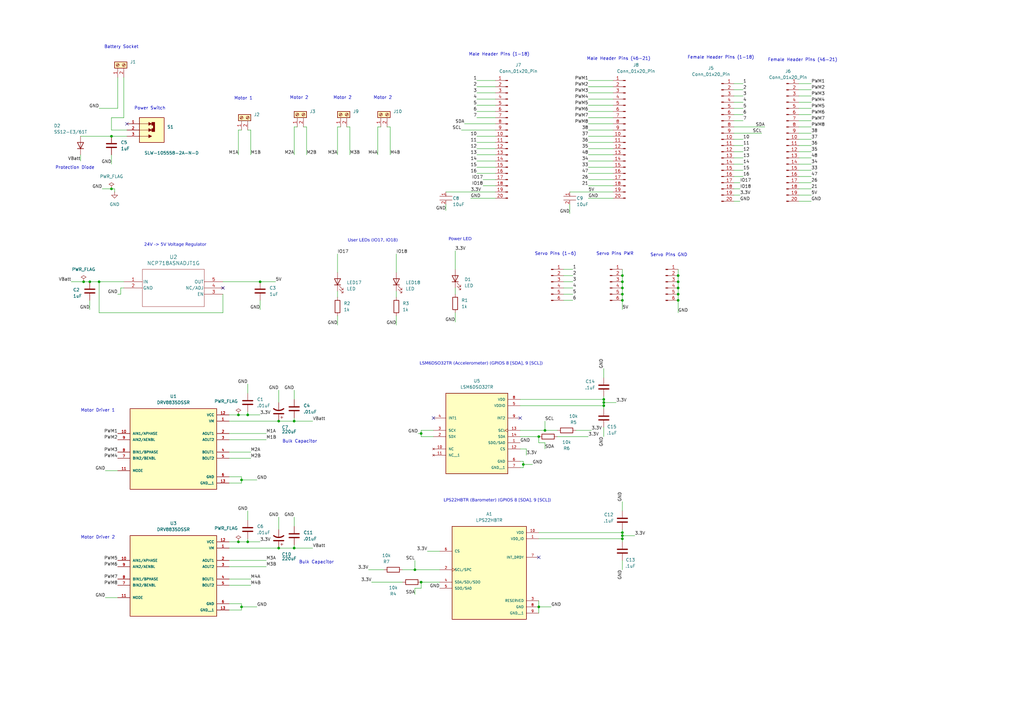
<source format=kicad_sch>
(kicad_sch (version 20250114) (generator "eeschema") (generator_version "9.0")
  (paper "A3")
  (lib_symbols
    (symbol "2025-08-21_15-27-18:NCP718ASNADJT1G" (pin_names (offset 0.254))
      (property "Reference" "U" (at 20.32 10.16 0))
      (property "Value" "NCP718ASNADJT1G" (at 20.32 7.62 0))
      (symbol "NCP718ASNADJT1G_0_1"
        (pin unspecified line (at 0 0 0) (length 7.62) (name "IN") (number "1"))
        (pin power_out line (at 0 -2.54 0) (length 7.62) (name "GND") (number "2"))
        (pin output line (at 40.64 0 180) (length 7.62) (name "OUT") (number "5"))
        (pin no_connect line (at 40.64 -2.54 180) (length 7.62) (name "NC/ADJ") (number "4"))
        (pin unspecified line (at 40.64 -5.08 180) (length 7.62) (name "EN") (number "3"))
      )
    )
    (symbol "Connector:Conn_01x06_Pin" (pin_names (offset 1.016) (hide yes))
      (property "Reference" "J" (at 0 7.62 0))
      (property "Value" "Conn_01x06_Pin" (at 0 -10.16 0))
      (symbol "Conn_01x06_Pin_1_1"
        (pin passive line (at 5.08 5.08 180) (length 3.81) (name "Pin_1") (number "1"))
        (pin passive line (at 5.08 2.54 180) (length 3.81) (name "Pin_2") (number "2"))
        (pin passive line (at 5.08 0 180) (length 3.81) (name "Pin_3") (number "3"))
        (pin passive line (at 5.08 -2.54 180) (length 3.81) (name "Pin_4") (number "4"))
        (pin passive line (at 5.08 -5.08 180) (length 3.81) (name "Pin_5") (number "5"))
        (pin passive line (at 5.08 -7.62 180) (length 3.81) (name "Pin_6") (number "6"))
      )
    )
    (symbol "Connector:Conn_01x20_Pin" (pin_names (offset 1.016) (hide yes))
      (property "Reference" "J" (at 0 25.4 0))
      (property "Value" "Conn_01x20_Pin" (at 0 -27.94 0))
      (symbol "Conn_01x20_Pin_1_1"
        (pin passive line (at 5.08 22.86 180) (length 3.81) (name "Pin_1") (number "1"))
        (pin passive line (at 5.08 20.32 180) (length 3.81) (name "Pin_2") (number "2"))
        (pin passive line (at 5.08 17.78 180) (length 3.81) (name "Pin_3") (number "3"))
        (pin passive line (at 5.08 15.24 180) (length 3.81) (name "Pin_4") (number "4"))
        (pin passive line (at 5.08 12.7 180) (length 3.81) (name "Pin_5") (number "5"))
        (pin passive line (at 5.08 10.16 180) (length 3.81) (name "Pin_6") (number "6"))
        (pin passive line (at 5.08 7.62 180) (length 3.81) (name "Pin_7") (number "7"))
        (pin passive line (at 5.08 5.08 180) (length 3.81) (name "Pin_8") (number "8"))
        (pin passive line (at 5.08 2.54 180) (length 3.81) (name "Pin_9") (number "9"))
        (pin passive line (at 5.08 0 180) (length 3.81) (name "Pin_10") (number "10"))
        (pin passive line (at 5.08 -2.54 180) (length 3.81) (name "Pin_11") (number "11"))
        (pin passive line (at 5.08 -5.08 180) (length 3.81) (name "Pin_12") (number "12"))
        (pin passive line (at 5.08 -7.62 180) (length 3.81) (name "Pin_13") (number "13"))
        (pin passive line (at 5.08 -10.16 180) (length 3.81) (name "Pin_14") (number "14"))
        (pin passive line (at 5.08 -12.7 180) (length 3.81) (name "Pin_15") (number "15"))
        (pin passive line (at 5.08 -15.24 180) (length 3.81) (name "Pin_16") (number "16"))
        (pin passive line (at 5.08 -17.78 180) (length 3.81) (name "Pin_17") (number "17"))
        (pin passive line (at 5.08 -20.32 180) (length 3.81) (name "Pin_18") (number "18"))
        (pin passive line (at 5.08 -22.86 180) (length 3.81) (name "Pin_19") (number "19"))
        (pin passive line (at 5.08 -25.4 180) (length 3.81) (name "Pin_20") (number "20"))
      )
    )
    (symbol "Connector:Screw_Terminal_01x02" (pin_names (offset 1.016) (hide yes))
      (property "Reference" "J" (at 0 2.54 0))
      (property "Value" "Screw_Terminal_01x02" (at 0 -5.08 0))
      (symbol "Screw_Terminal_01x02_1_1"
        (pin passive line (at -5.08 0 0) (length 3.81) (name "Pin_1") (number "1"))
        (pin passive line (at -5.08 -2.54 0) (length 3.81) (name "Pin_2") (number "2"))
      )
    )
    (symbol "DRV8835DSSR:DRV8835DSSR" (pin_names (offset 1.016))
      (property "Reference" "U" (at -17.78 15.748 0))
      (property "Value" "DRV8835DSSR" (at -17.78 -20.32 0))
      (symbol "DRV8835DSSR_0_0"
        (pin input line (at -22.86 5.08 0) (length 5.08) (name "AIN1/APHASE") (number "10"))
        (pin input line (at -22.86 2.54 0) (length 5.08) (name "AIN2/AENBL") (number "9"))
        (pin input line (at -22.86 -2.54 0) (length 5.08) (name "BIN1/BPHASE") (number "8"))
        (pin input line (at -22.86 -5.08 0) (length 5.08) (name "BIN2/BENBL") (number "7"))
        (pin input line (at -22.86 -10.16 0) (length 5.08) (name "MODE") (number "11"))
        (pin power_in line (at 22.86 12.7 180) (length 5.08) (name "VCC") (number "12"))
        (pin power_in line (at 22.86 10.16 180) (length 5.08) (name "VM") (number "1"))
        (pin output line (at 22.86 5.08 180) (length 5.08) (name "AOUT1") (number "2"))
        (pin output line (at 22.86 2.54 180) (length 5.08) (name "AOUT2") (number "3"))
        (pin output line (at 22.86 -2.54 180) (length 5.08) (name "BOUT1") (number "4"))
        (pin output line (at 22.86 -5.08 180) (length 5.08) (name "BOUT2") (number "5"))
        (pin power_in line (at 22.86 -12.7 180) (length 5.08) (name "GND") (number "6"))
        (pin power_in line (at 22.86 -15.24 180) (length 5.08) (name "GND__1") (number "13"))
      )
    )
    (symbol "Device:C" (pin_numbers (hide yes)) (pin_names (offset 0.254))
      (property "Reference" "C" (at 0.635 2.54 0))
      (property "Value" "C" (at 0.635 -2.54 0))
      (symbol "C_1_1"
        (pin passive line (at 0 3.81 270) (length 2.794) (name "~") (number "1"))
        (pin passive line (at 0 -3.81 90) (length 2.794) (name "~") (number "2"))
      )
    )
    (symbol "Device:C_Polarized_US" (pin_numbers (hide yes)) (pin_names (offset 0.254) (hide yes))
      (property "Reference" "C" (at 0.635 2.54 0))
      (property "Value" "C_Polarized_US" (at 0.635 -2.54 0))
      (symbol "C_Polarized_US_1_1"
        (pin passive line (at 0 3.81 270) (length 2.794) (name "~") (number "1"))
        (pin passive line (at 0 -3.81 90) (length 3.302) (name "~") (number "2"))
      )
    )
    (symbol "Device:LED" (pin_numbers (hide yes)) (pin_names (offset 1.016) (hide yes))
      (property "Reference" "D" (at 0 2.54 0))
      (property "Value" "LED" (at 0 -2.54 0))
      (symbol "LED_1_1"
        (pin passive line (at -3.81 0 0) (length 2.54) (name "K") (number "1"))
        (pin passive line (at 3.81 0 180) (length 2.54) (name "A") (number "2"))
      )
    )
    (symbol "Device:R" (pin_numbers (hide yes)) (pin_names (offset 0))
      (property "Reference" "R" (at 2.032 0 90))
      (property "Value" "R" (at 0 0 90))
      (symbol "R_1_1"
        (pin passive line (at 0 3.81 270) (length 1.27) (name "~") (number "1"))
        (pin passive line (at 0 -3.81 90) (length 1.27) (name "~") (number "2"))
      )
    )
    (symbol "Diode:1N4148WT" (pin_numbers (hide yes)) (pin_names (hide yes))
      (property "Reference" "D" (at 0 2.54 0))
      (property "Value" "1N4148WT" (at 0 -2.54 0))
      (symbol "1N4148WT_1_1"
        (pin passive line (at -3.81 0 0) (length 2.54) (name "K") (number "1"))
        (pin passive line (at 3.81 0 180) (length 2.54) (name "A") (number "2"))
      )
    )
    (symbol "LPS22HBTR:LPS22HBTR" (pin_names (offset 1.016))
      (property "Reference" "A" (at -15.24 20.32 0))
      (property "Value" "LPS22HBTR" (at -15.24 -22.86 0))
      (symbol "LPS22HBTR_0_0"
        (pin input line (at -20.32 7.62 0) (length 5.08) (name "CS") (number "6"))
        (pin input clock (at -20.32 0 0) (length 5.08) (name "SCL/SPC") (number "2"))
        (pin bidirectional line (at -20.32 -5.08 0) (length 5.08) (name "SDA/SDI/SDO") (number "4"))
        (pin bidirectional line (at -20.32 -7.62 0) (length 5.08) (name "SDO/SA0") (number "5"))
        (pin power_in line (at 20.32 15.24 180) (length 5.08) (name "VDD") (number "10"))
        (pin power_in line (at 20.32 12.7 180) (length 5.08) (name "VDD_IO") (number "1"))
        (pin output line (at 20.32 5.08 180) (length 5.08) (name "INT_DRDY") (number "7"))
        (pin passive line (at 20.32 -12.7 180) (length 5.08) (name "RESERVED") (number "3"))
        (pin power_in line (at 20.32 -15.24 180) (length 5.08) (name "GND") (number "8"))
        (pin power_in line (at 20.32 -17.78 180) (length 5.08) (name "GND__1") (number "9"))
      )
    )
    (symbol "LSM6DSO32TR:LSM6DSO32TR" (pin_names (offset 1.016))
      (property "Reference" "U" (at -12.7 16.002 0))
      (property "Value" "LSM6DSO32TR" (at -12.7 -20.32 0))
      (symbol "LSM6DSO32TR_0_0"
        (pin input line (at -17.78 5.08 0) (length 5.08) (name "INT1") (number "4"))
        (pin passive line (at -17.78 0 0) (length 5.08) (name "SCX") (number "3"))
        (pin passive line (at -17.78 -2.54 0) (length 5.08) (name "SDX") (number "2"))
        (pin no_connect line (at -17.78 -7.62 0) (length 5.08) (name "NC") (number "10"))
        (pin no_connect line (at -17.78 -10.16 0) (length 5.08) (name "NC__1") (number "11"))
        (pin power_in line (at 17.78 12.7 180) (length 5.08) (name "VDD") (number "8"))
        (pin power_in line (at 17.78 10.16 180) (length 5.08) (name "VDDIO") (number "5"))
        (pin output line (at 17.78 5.08 180) (length 5.08) (name "INT2") (number "9"))
        (pin input clock (at 17.78 0 180) (length 5.08) (name "SCL") (number "13"))
        (pin bidirectional line (at 17.78 -2.54 180) (length 5.08) (name "SDA") (number "14"))
        (pin bidirectional line (at 17.78 -5.08 180) (length 5.08) (name "SDO/SA0") (number "1"))
        (pin input line (at 17.78 -7.62 180) (length 5.08) (name "CS") (number "12"))
        (pin power_in line (at 17.78 -12.7 180) (length 5.08) (name "GND") (number "6"))
        (pin power_in line (at 17.78 -15.24 180) (length 5.08) (name "GND__1") (number "7"))
      )
    )
    (symbol "Motion_Shield-altium-import:root_0_b4654b650e69147ec39a6b967a45e02_Altium Content Vault" (pin_names (hide yes))
      (symbol "root_0_b4654b650e69147ec39a6b967a45e02_Altium Content Vault_1_0"
        (pin passive line (at 0 0 270) (length 1.778) (name "1") (number "1"))
        (pin passive line (at 0 -5.08 90) (length 1.524) (name "2") (number "2"))
      )
    )
    (symbol "SLW-105558-2A-N-D:SLW-105558-2A-N-D" (pin_names (offset 1.016))
      (property "Reference" "S" (at -5.08 5.842 0))
      (property "Value" "SLW-105558-2A-N-D" (at -5.08 -7.62 0))
      (symbol "SLW-105558-2A-N-D_0_0"
        (pin passive line (at -10.16 2.54 0) (length 5.08) (name "~") (number "1"))
        (pin passive line (at -10.16 0 0) (length 5.08) (name "~") (number "2"))
        (pin passive line (at -10.16 -2.54 0) (length 5.08) (name "~") (number "3"))
      )
    )
    (symbol "power:GND" (power) (pin_numbers (hide yes)) (pin_names (offset 0) (hide yes))
      (property "Value" "GND" (at 0 -3.81 0))
      (symbol "GND_1_1"
        (pin power_in line (at 0 0 270) (length 0) (name "~") (number "1"))
      )
    )
    (symbol "power:PWR_FLAG" (power) (pin_numbers (hide yes)) (pin_names (offset 0) (hide yes))
      (property "Value" "PWR_FLAG" (at 0 3.81 0))
      (symbol "PWR_FLAG_0_0"
        (pin power_out line (at 0 0 90) (length 0) (name "~") (number "1"))
      )
    )
  )
  (text "Servo Pins GND" (at 274.32 104.648 0) (effects (font (size 1.27 1.27))))
  (text "Power LED" (at 188.722 98.552 0) (effects (font (size 1.27 1.27))))
  (text "Protection Diode" (at 30.734 68.834 0) (effects (font (size 1.27 1.27))))
  (text "Servo Pins PWR\n" (at 252.222 104.14 0) (effects (font (size 1.27 1.27))))
  (text "Motor 2" (at 122.682 40.132 0) (effects (font (size 1.27 1.27))))
  (text "User LEDs (IO17, IO18)" (at 152.908 99.06 0) (effects (font (size 1.27 1.27))))
  (text "Motor Driver 2" (at 40.132 220.472 0) (effects (font (size 1.27 1.27))))
  (text "Female Header Pins (1-18)" (at 295.656 23.622 0) (effects (font (size 1.27 1.27))))
  (text "Male Header Pins (46-21)" (at 253.746 24.13 0) (effects (font (size 1.27 1.27))))
  (text "Servo Pins (1-6)" (at 227.838 104.14 0) (effects (font (size 1.27 1.27))))
  (text "Bulk Capacitor" (at 122.936 181.102 0) (effects (font (size 1.27 1.27))))
  (text "LSM6DSO32TR (Accelerometer) (GPIOS 8 [SDA], 9 [SCL])\n\n" (at 197.358 150.622 0) (effects (font (size 1.27 1.27))))
  (text "Motor 2" (at 156.972 40.132 0) (effects (font (size 1.27 1.27))))
  (text "Battery Socket" (at 49.784 19.304 0) (effects (font (size 1.27 1.27))))
  (text "Male Header Pins (1-18)" (at 204.724 22.352 0) (effects (font (size 1.27 1.27))))
  (text "LPS22HBTR (Barometer) (GPIOS 8 [SDA], 9 [SCL])\n\n" (at 203.962 206.756 0) (effects (font (size 1.27 1.27))))
  (text "Power Switch" (at 61.468 44.45 0) (effects (font (size 1.27 1.27))))
  (text "Female Header Pins (46-21)" (at 329.184 24.638 0) (effects (font (size 1.27 1.27))))
  (text "Motor Driver 1" (at 40.132 168.402 0) (effects (font (size 1.27 1.27))))
  (text "24V -> 5V Voltage Regulator" (at 71.882 100.838 0) (effects (font (size 1.27 1.27))))
  (text "Motor 1" (at 99.822 40.386 0) (effects (font (size 1.27 1.27))))
  (text "Bulk Capacitor" (at 129.794 230.632 0) (effects (font (size 1.27 1.27))))
  (text "Motor 2" (at 140.462 40.132 0) (effects (font (size 1.27 1.27))))
  (junction (at 255.27 113.03))
  (junction (at 99.06 248.92))
  (junction (at 220.98 248.92))
  (junction (at 255.27 218.44))
  (junction (at 255.27 123.19))
  (junction (at 255.27 220.98))
  (junction (at 214.63 190.5))
  (junction (at 255.27 120.65))
  (junction (at 247.65 163.83))
  (junction (at 247.65 165.1))
  (junction (at 255.27 118.11))
  (junction (at 172.72 177.8))
  (junction (at 45.72 55.88))
  (junction (at 247.65 166.37))
  (junction (at 220.98 179.07))
  (junction (at 114.3 172.72))
  (junction (at 278.13 120.65))
  (junction (at 101.6 170.18))
  (junction (at 170.18 233.68))
  (junction (at 36.83 115.57))
  (junction (at 120.65 172.72))
  (junction (at 255.27 115.57))
  (junction (at 278.13 113.03))
  (junction (at 278.13 123.19))
  (junction (at 114.3 224.79))
  (junction (at 223.52 176.53))
  (junction (at 97.79 222.25))
  (junction (at 278.13 115.57))
  (junction (at 45.72 77.47))
  (junction (at 255.27 219.71))
  (junction (at 40.64 115.57))
  (junction (at 99.06 196.85))
  (junction (at 278.13 118.11))
  (junction (at 97.79 170.18))
  (junction (at 172.72 238.76))
  (junction (at 101.6 222.25))
  (junction (at 120.65 224.79))
  (junction (at 106.68 115.57))
  (junction (at 34.29 115.57))
  (no_connect (at 52.07 50.8))
  (no_connect (at 213.36 171.45))
  (no_connect (at 177.8 171.45))
  (no_connect (at 91.44 118.11))
  (no_connect (at 220.98 228.6))
  (wire (pts (xy 101.6 222.25) (xy 101.6 220.98)))
  (wire (pts (xy 332.74 64.77) (xy 327.66 64.77)))
  (wire (pts (xy 195.58 43.18) (xy 203.2 43.18)))
  (wire (pts (xy 97.79 53.34) (xy 97.79 63.5)))
  (wire (pts (xy 332.74 46.99) (xy 327.66 46.99)))
  (wire (pts (xy 223.52 176.53) (xy 228.6 176.53)))
  (wire (pts (xy 156.21 52.07) (xy 154.94 52.07)))
  (wire (pts (xy 300.99 80.01) (xy 303.53 80.01)))
  (wire (pts (xy 102.87 53.34) (xy 102.87 63.5)))
  (wire (pts (xy 241.3 60.96) (xy 251.46 60.96)))
  (wire (pts (xy 157.48 233.68) (xy 151.13 233.68)))
  (wire (pts (xy 255.27 115.57) (xy 255.27 118.11)))
  (wire (pts (xy 138.43 52.07) (xy 138.43 63.5)))
  (wire (pts (xy 186.69 102.87) (xy 186.69 110.49)))
  (wire (pts (xy 143.51 52.07) (xy 143.51 63.5)))
  (wire (pts (xy 175.26 226.06) (xy 180.34 226.06)))
  (wire (pts (xy 220.98 248.92) (xy 220.98 251.46)))
  (wire (pts (xy 33.02 63.5) (xy 33.02 66.04)))
  (wire (pts (xy 220.98 246.38) (xy 220.98 248.92)))
  (wire (pts (xy 300.99 54.61) (xy 312.42 54.61)))
  (wire (pts (xy 93.98 187.96) (xy 102.87 187.96)))
  (wire (pts (xy 189.23 53.34) (xy 203.2 53.34)))
  (wire (pts (xy 255.27 118.11) (xy 255.27 120.65)))
  (wire (pts (xy 195.58 71.12) (xy 203.2 71.12)))
  (wire (pts (xy 255.27 123.19) (xy 255.27 127)))
  (wire (pts (xy 46.99 77.47) (xy 46.99 78.74)))
  (wire (pts (xy 162.56 119.38) (xy 162.56 121.92)))
  (wire (pts (xy 40.64 128.27) (xy 40.64 115.57)))
  (wire (pts (xy 170.18 241.3) (xy 172.72 241.3)))
  (wire (pts (xy 195.58 40.64) (xy 203.2 40.64)))
  (wire (pts (xy 91.44 120.65) (xy 91.44 128.27)))
  (wire (pts (xy 327.66 34.29) (xy 332.74 34.29)))
  (wire (pts (xy 213.36 189.23) (xy 214.63 189.23)))
  (wire (pts (xy 241.3 76.2) (xy 251.46 76.2)))
  (wire (pts (xy 332.74 44.45) (xy 327.66 44.45)))
  (wire (pts (xy 260.35 219.71) (xy 255.27 219.71)))
  (wire (pts (xy 304.8 69.85) (xy 300.99 69.85)))
  (wire (pts (xy 190.5 50.8) (xy 203.2 50.8)))
  (wire (pts (xy 247.65 163.83) (xy 247.65 162.56)))
  (wire (pts (xy 300.99 52.07) (xy 313.69 52.07)))
  (wire (pts (xy 158.75 52.07) (xy 160.02 52.07)))
  (wire (pts (xy 255.27 110.49) (xy 255.27 113.03)))
  (wire (pts (xy 255.27 120.65) (xy 255.27 123.19)))
  (wire (pts (xy 223.52 176.53) (xy 223.52 172.72)))
  (wire (pts (xy 43.18 193.04) (xy 48.26 193.04)))
  (wire (pts (xy 162.56 104.14) (xy 162.56 111.76)))
  (wire (pts (xy 213.36 166.37) (xy 247.65 166.37)))
  (wire (pts (xy 49.53 120.65) (xy 49.53 118.11)))
  (wire (pts (xy 93.98 185.42) (xy 102.87 185.42)))
  (wire (pts (xy 170.18 233.68) (xy 170.18 229.87)))
  (wire (pts (xy 195.58 38.1) (xy 203.2 38.1)))
  (wire (pts (xy 203.2 78.74) (xy 182.88 78.74)))
  (wire (pts (xy 255.27 209.55) (xy 255.27 205.74)))
  (wire (pts (xy 251.46 81.28) (xy 241.3 81.28)))
  (wire (pts (xy 220.98 181.61) (xy 220.98 179.07)))
  (wire (pts (xy 220.98 248.92) (xy 226.06 248.92)))
  (wire (pts (xy 48.26 120.65) (xy 49.53 120.65)))
  (wire (pts (xy 241.3 38.1) (xy 251.46 38.1)))
  (wire (pts (xy 327.66 80.01) (xy 332.74 80.01)))
  (wire (pts (xy 304.8 62.23) (xy 300.99 62.23)))
  (wire (pts (xy 304.8 46.99) (xy 300.99 46.99)))
  (wire (pts (xy 91.44 115.57) (xy 106.68 115.57)))
  (wire (pts (xy 93.98 195.58) (xy 99.06 195.58)))
  (wire (pts (xy 247.65 165.1) (xy 247.65 163.83)))
  (wire (pts (xy 195.58 35.56) (xy 203.2 35.56)))
  (wire (pts (xy 241.3 55.88) (xy 251.46 55.88)))
  (wire (pts (xy 247.65 179.07) (xy 247.65 175.26)))
  (wire (pts (xy 138.43 104.14) (xy 138.43 111.76)))
  (wire (pts (xy 138.43 119.38) (xy 138.43 121.92)))
  (wire (pts (xy 160.02 52.07) (xy 160.02 63.5)))
  (wire (pts (xy 247.65 166.37) (xy 247.65 165.1)))
  (wire (pts (xy 241.3 53.34) (xy 251.46 53.34)))
  (wire (pts (xy 304.8 34.29) (xy 300.99 34.29)))
  (wire (pts (xy 332.74 77.47) (xy 327.66 77.47)))
  (wire (pts (xy 255.27 220.98) (xy 255.27 219.71)))
  (wire (pts (xy 234.95 120.65) (xy 231.14 120.65)))
  (wire (pts (xy 195.58 55.88) (xy 203.2 55.88)))
  (wire (pts (xy 41.91 77.47) (xy 45.72 77.47)))
  (wire (pts (xy 332.74 72.39) (xy 327.66 72.39)))
  (wire (pts (xy 106.68 123.19) (xy 106.68 127)))
  (wire (pts (xy 241.3 73.66) (xy 251.46 73.66)))
  (wire (pts (xy 93.98 222.25) (xy 97.79 222.25)))
  (wire (pts (xy 36.83 123.19) (xy 36.83 127)))
  (wire (pts (xy 180.34 238.76) (xy 172.72 238.76)))
  (wire (pts (xy 241.3 40.64) (xy 251.46 40.64)))
  (wire (pts (xy 241.3 63.5) (xy 251.46 63.5)))
  (wire (pts (xy 120.65 172.72) (xy 120.65 171.45)))
  (wire (pts (xy 50.8 48.26) (xy 45.72 48.26)))
  (wire (pts (xy 255.27 113.03) (xy 255.27 115.57)))
  (wire (pts (xy 241.3 71.12) (xy 251.46 71.12)))
  (wire (pts (xy 304.8 72.39) (xy 300.99 72.39)))
  (wire (pts (xy 36.83 115.57) (xy 40.64 115.57)))
  (wire (pts (xy 45.72 55.88) (xy 52.07 55.88)))
  (wire (pts (xy 304.8 41.91) (xy 300.99 41.91)))
  (wire (pts (xy 241.3 68.58) (xy 251.46 68.58)))
  (wire (pts (xy 304.8 59.69) (xy 300.99 59.69)))
  (wire (pts (xy 304.8 67.31) (xy 300.99 67.31)))
  (wire (pts (xy 234.95 118.11) (xy 231.14 118.11)))
  (wire (pts (xy 99.06 250.19) (xy 93.98 250.19)))
  (wire (pts (xy 45.72 77.47) (xy 46.99 77.47)))
  (wire (pts (xy 332.74 59.69) (xy 327.66 59.69)))
  (wire (pts (xy 165.1 238.76) (xy 152.4 238.76)))
  (wire (pts (xy 327.66 41.91) (xy 332.74 41.91)))
  (wire (pts (xy 332.74 49.53) (xy 327.66 49.53)))
  (wire (pts (xy 114.3 224.79) (xy 120.65 224.79)))
  (wire (pts (xy 120.65 224.79) (xy 128.27 224.79)))
  (wire (pts (xy 278.13 123.19) (xy 278.13 128.27)))
  (wire (pts (xy 101.6 209.55) (xy 101.6 213.36)))
  (wire (pts (xy 29.21 115.57) (xy 34.29 115.57)))
  (wire (pts (xy 43.18 245.11) (xy 48.26 245.11)))
  (wire (pts (xy 203.2 81.28) (xy 193.04 81.28)))
  (wire (pts (xy 195.58 60.96) (xy 203.2 60.96)))
  (wire (pts (xy 93.98 172.72) (xy 114.3 172.72)))
  (wire (pts (xy 114.3 212.09) (xy 114.3 217.17)))
  (wire (pts (xy 252.73 165.1) (xy 247.65 165.1)))
  (wire (pts (xy 304.8 49.53) (xy 300.99 49.53)))
  (wire (pts (xy 255.27 219.71) (xy 255.27 218.44)))
  (wire (pts (xy 214.63 189.23) (xy 214.63 190.5)))
  (wire (pts (xy 241.3 45.72) (xy 251.46 45.72)))
  (wire (pts (xy 170.18 233.68) (xy 165.1 233.68)))
  (wire (pts (xy 120.65 52.07) (xy 120.65 63.5)))
  (wire (pts (xy 93.98 247.65) (xy 99.06 247.65)))
  (wire (pts (xy 215.9 184.15) (xy 213.36 184.15)))
  (wire (pts (xy 234.95 115.57) (xy 231.14 115.57)))
  (wire (pts (xy 332.74 62.23) (xy 327.66 62.23)))
  (wire (pts (xy 101.6 222.25) (xy 106.68 222.25)))
  (wire (pts (xy 114.3 172.72) (xy 120.65 172.72)))
  (wire (pts (xy 99.06 248.92) (xy 105.41 248.92)))
  (wire (pts (xy 300.99 77.47) (xy 303.53 77.47)))
  (wire (pts (xy 40.64 115.57) (xy 50.8 115.57)))
  (wire (pts (xy 162.56 129.54) (xy 162.56 133.35)))
  (wire (pts (xy 120.65 224.79) (xy 120.65 223.52)))
  (wire (pts (xy 195.58 48.26) (xy 203.2 48.26)))
  (wire (pts (xy 45.72 63.5) (xy 45.72 67.31)))
  (wire (pts (xy 278.13 120.65) (xy 278.13 123.19)))
  (wire (pts (xy 213.36 179.07) (xy 220.98 179.07)))
  (wire (pts (xy 234.95 110.49) (xy 231.14 110.49)))
  (wire (pts (xy 213.36 163.83) (xy 247.65 163.83)))
  (wire (pts (xy 300.99 82.55) (xy 303.53 82.55)))
  (wire (pts (xy 278.13 115.57) (xy 278.13 118.11)))
  (wire (pts (xy 99.06 247.65) (xy 99.06 248.92)))
  (wire (pts (xy 139.7 52.07) (xy 138.43 52.07)))
  (wire (pts (xy 255.27 218.44) (xy 255.27 217.17)))
  (wire (pts (xy 125.73 52.07) (xy 125.73 63.5)))
  (wire (pts (xy 255.27 233.68) (xy 255.27 229.87)))
  (wire (pts (xy 234.95 113.03) (xy 231.14 113.03)))
  (wire (pts (xy 97.79 170.18) (xy 101.6 170.18)))
  (wire (pts (xy 93.98 224.79) (xy 114.3 224.79)))
  (wire (pts (xy 101.6 157.48) (xy 101.6 161.29)))
  (wire (pts (xy 332.74 57.15) (xy 327.66 57.15)))
  (wire (pts (xy 177.8 176.53) (xy 172.72 176.53)))
  (wire (pts (xy 234.95 123.19) (xy 231.14 123.19)))
  (wire (pts (xy 247.65 154.94) (xy 247.65 151.13)))
  (wire (pts (xy 304.8 36.83) (xy 300.99 36.83)))
  (wire (pts (xy 99.06 248.92) (xy 99.06 250.19)))
  (wire (pts (xy 120.65 160.02) (xy 120.65 163.83)))
  (wire (pts (xy 172.72 177.8) (xy 172.72 179.07)))
  (wire (pts (xy 195.58 33.02) (xy 203.2 33.02)))
  (wire (pts (xy 120.65 172.72) (xy 128.27 172.72)))
  (wire (pts (xy 332.74 54.61) (xy 327.66 54.61)))
  (wire (pts (xy 251.46 35.56) (xy 241.3 35.56)))
  (wire (pts (xy 93.98 229.87) (xy 109.22 229.87)))
  (wire (pts (xy 172.72 176.53) (xy 172.72 177.8)))
  (wire (pts (xy 91.44 128.27) (xy 40.64 128.27)))
  (wire (pts (xy 106.68 115.57) (xy 113.03 115.57)))
  (wire (pts (xy 34.29 115.57) (xy 36.83 115.57)))
  (wire (pts (xy 304.8 64.77) (xy 300.99 64.77)))
  (wire (pts (xy 223.52 181.61) (xy 220.98 181.61)))
  (wire (pts (xy 142.24 52.07) (xy 143.51 52.07)))
  (wire (pts (xy 236.22 176.53) (xy 242.57 176.53)))
  (wire (pts (xy 255.27 222.25) (xy 255.27 220.98)))
  (wire (pts (xy 99.06 195.58) (xy 99.06 196.85)))
  (wire (pts (xy 332.74 69.85) (xy 327.66 69.85)))
  (wire (pts (xy 198.12 73.66) (xy 203.2 73.66)))
  (wire (pts (xy 45.72 53.34) (xy 45.72 48.26)))
  (wire (pts (xy 101.6 170.18) (xy 106.68 170.18)))
  (wire (pts (xy 93.98 170.18) (xy 97.79 170.18)))
  (wire (pts (xy 49.53 118.11) (xy 50.8 118.11)))
  (wire (pts (xy 93.98 232.41) (xy 109.22 232.41)))
  (wire (pts (xy 195.58 45.72) (xy 203.2 45.72)))
  (wire (pts (xy 247.65 167.64) (xy 247.65 166.37)))
  (wire (pts (xy 93.98 177.8) (xy 109.22 177.8)))
  (wire (pts (xy 93.98 240.03) (xy 102.87 240.03)))
  (wire (pts (xy 332.74 67.31) (xy 327.66 67.31)))
  (wire (pts (xy 241.3 48.26) (xy 251.46 48.26)))
  (wire (pts (xy 182.88 83.82) (xy 182.88 86.36)))
  (wire (pts (xy 180.34 233.68) (xy 170.18 233.68)))
  (wire (pts (xy 48.26 44.45) (xy 48.26 31.75)))
  (wire (pts (xy 327.66 36.83) (xy 332.74 36.83)))
  (wire (pts (xy 99.06 196.85) (xy 99.06 198.12)))
  (wire (pts (xy 101.6 170.18) (xy 101.6 168.91)))
  (wire (pts (xy 97.79 222.25) (xy 101.6 222.25)))
  (wire (pts (xy 99.06 198.12) (xy 93.98 198.12)))
  (wire (pts (xy 223.52 184.15) (xy 223.52 181.61)))
  (wire (pts (xy 195.58 58.42) (xy 203.2 58.42)))
  (wire (pts (xy 213.36 176.53) (xy 223.52 176.53)))
  (wire (pts (xy 215.9 186.69) (xy 215.9 184.15)))
  (wire (pts (xy 45.72 53.34) (xy 52.07 53.34)))
  (wire (pts (xy 172.72 241.3) (xy 172.72 238.76)))
  (wire (pts (xy 172.72 179.07) (xy 177.8 179.07)))
  (wire (pts (xy 93.98 237.49) (xy 102.87 237.49)))
  (wire (pts (xy 251.46 78.74) (xy 233.68 78.74)))
  (wire (pts (xy 114.3 160.02) (xy 114.3 165.1)))
  (wire (pts (xy 241.3 43.18) (xy 251.46 43.18)))
  (wire (pts (xy 214.63 190.5) (xy 214.63 191.77)))
  (wire (pts (xy 33.02 55.88) (xy 45.72 55.88)))
  (wire (pts (xy 332.74 74.93) (xy 327.66 74.93)))
  (wire (pts (xy 40.64 44.45) (xy 48.26 44.45)))
  (wire (pts (xy 195.58 66.04) (xy 203.2 66.04)))
  (wire (pts (xy 304.8 57.15) (xy 300.99 57.15)))
  (wire (pts (xy 101.6 53.34) (xy 102.87 53.34)))
  (wire (pts (xy 241.3 58.42) (xy 251.46 58.42)))
  (wire (pts (xy 278.13 113.03) (xy 278.13 115.57)))
  (wire (pts (xy 186.69 128.27) (xy 186.69 132.08)))
  (wire (pts (xy 304.8 39.37) (xy 300.99 39.37)))
  (wire (pts (xy 241.3 50.8) (xy 251.46 50.8)))
  (wire (pts (xy 120.65 212.09) (xy 120.65 215.9)))
  (wire (pts (xy 300.99 74.93) (xy 303.53 74.93)))
  (wire (pts (xy 304.8 44.45) (xy 300.99 44.45)))
  (wire (pts (xy 93.98 180.34) (xy 109.22 180.34)))
  (wire (pts (xy 278.13 118.11) (xy 278.13 120.65)))
  (wire (pts (xy 251.46 33.02) (xy 241.3 33.02)))
  (wire (pts (xy 50.8 31.75) (xy 50.8 48.26)))
  (wire (pts (xy 327.66 39.37) (xy 332.74 39.37)))
  (wire (pts (xy 121.92 52.07) (xy 120.65 52.07)))
  (wire (pts (xy 99.06 196.85) (xy 105.41 196.85)))
  (wire (pts (xy 97.79 53.34) (xy 99.06 53.34)))
  (wire (pts (xy 214.63 191.77) (xy 213.36 191.77)))
  (wire (pts (xy 332.74 52.07) (xy 327.66 52.07)))
  (wire (pts (xy 138.43 129.54) (xy 138.43 133.35)))
  (wire (pts (xy 195.58 68.58) (xy 203.2 68.58)))
  (wire (pts (xy 195.58 63.5) (xy 203.2 63.5)))
  (wire (pts (xy 171.45 177.8) (xy 172.72 177.8)))
  (wire (pts (xy 327.66 82.55) (xy 332.74 82.55)))
  (wire (pts (xy 278.13 110.49) (xy 278.13 113.03)))
  (wire (pts (xy 228.6 179.07) (xy 241.3 179.07)))
  (wire (pts (xy 198.12 76.2) (xy 203.2 76.2)))
  (wire (pts (xy 124.46 52.07) (xy 125.73 52.07)))
  (wire (pts (xy 186.69 118.11) (xy 186.69 120.65)))
  (wire (pts (xy 170.18 243.84) (xy 170.18 241.3)))
  (wire (pts (xy 214.63 190.5) (xy 218.44 190.5)))
  (wire (pts (xy 154.94 52.07) (xy 154.94 63.5)))
  (wire (pts (xy 233.68 83.82) (xy 233.68 87.63)))
  (wire (pts (xy 220.98 220.98) (xy 255.27 220.98)))
  (wire (pts (xy 241.3 66.04) (xy 251.46 66.04)))
  (wire (pts (xy 220.98 218.44) (xy 255.27 218.44)))
  (label "GND" (at 226.06 248.92 0))
  (label "10" (at 195.58 55.88 180))
  (label "PWM1" (at 332.74 34.29 0))
  (label "GND" (at 162.56 133.35 180))
  (label "12" (at 304.8 62.23 0))
  (label "GND" (at 332.74 82.55 0))
  (label "15" (at 195.58 68.58 180))
  (label "36" (at 332.74 59.69 0))
  (label "16" (at 304.8 72.39 0))
  (label "GND" (at 120.65 212.09 180))
  (label "3" (at 304.8 39.37 0))
  (label "21" (at 241.3 76.2 180))
  (label "GND" (at 105.41 248.92 0))
  (label "3.3V" (at 152.4 238.76 180))
  (label "3.3V" (at 303.53 80.01 0))
  (label "SCL" (at 170.18 229.87 180))
  (label "SDA" (at 223.52 184.15 0))
  (label "M4B" (at 160.02 63.5 0))
  (label "2" (at 195.58 35.56 180))
  (label "GND" (at 278.13 128.27 0))
  (label "M1A" (at 109.22 177.8 0))
  (label "SCL" (at 189.23 53.34 180))
  (label "PWM8" (at 48.26 240.03 180))
  (label "GND" (at 303.53 82.55 0))
  (label "IO17" (at 198.12 73.66 180))
  (label "GND" (at 213.36 181.61 0))
  (label "IO18" (at 198.12 76.2 180))
  (label "M3A" (at 138.43 63.5 180))
  (label "5V" (at 255.27 127 0))
  (label "PWM7" (at 332.74 49.53 0))
  (label "SDA" (at 170.18 243.84 180))
  (label "IO18" (at 303.53 77.47 0))
  (label "SDA" (at 313.69 52.07 180))
  (label "GND" (at 186.69 132.08 180))
  (label "VBatt" (at 29.21 115.57 180))
  (label "4" (at 304.8 41.91 0))
  (label "GND" (at 138.43 133.35 180))
  (label "1" (at 304.8 34.29 0))
  (label "PWM8" (at 241.3 50.8 180))
  (label "4" (at 195.58 40.64 180))
  (label "GND" (at 182.88 86.36 180))
  (label "IO17" (at 138.43 104.14 0))
  (label "35" (at 241.3 60.96 180))
  (label "1" (at 195.58 33.02 180))
  (label "GND" (at 255.27 233.68 270))
  (label "SDA" (at 190.5 50.8 180))
  (label "GND" (at 180.34 241.3 180))
  (label "IO18" (at 162.56 104.14 0))
  (label "33" (at 332.74 69.85 0))
  (label "5" (at 195.58 43.18 180))
  (label "PWM2" (at 48.26 180.34 180))
  (label "47" (at 332.74 72.39 0))
  (label "PWM6" (at 241.3 45.72 180))
  (label "3.3V" (at 241.3 179.07 0))
  (label "2" (at 234.95 113.03 0))
  (label "5V" (at 332.74 80.01 0))
  (label "PWM7" (at 48.26 237.49 180))
  (label "3.3V" (at 252.73 165.1 0))
  (label "13" (at 195.58 63.5 180))
  (label "3" (at 195.58 38.1 180))
  (label "3.3V" (at 260.35 219.71 0))
  (label "PWM6" (at 48.26 232.41 180))
  (label "35" (at 332.74 62.23 0))
  (label "GND" (at 247.65 151.13 90))
  (label "5" (at 304.8 44.45 0))
  (label "38" (at 241.3 53.34 180))
  (label "GND" (at 43.18 245.11 180))
  (label "16" (at 195.58 71.12 180))
  (label "PWM5" (at 332.74 44.45 0))
  (label "PWM4" (at 332.74 41.91 0))
  (label "7" (at 304.8 49.53 0))
  (label "3.3V" (at 106.68 222.25 0))
  (label "GND" (at 247.65 179.07 270))
  (label "PWM6" (at 332.74 46.99 0))
  (label "PWM7" (at 241.3 48.26 180))
  (label "VBatt" (at 128.27 172.72 0))
  (label "M3B" (at 109.22 232.41 0))
  (label "GND" (at 255.27 205.74 90))
  (label "IO17" (at 303.53 74.93 0))
  (label "GND" (at 171.45 177.8 180))
  (label "GND" (at 105.41 196.85 0))
  (label "3.3V" (at 242.57 176.53 0))
  (label "3.3V" (at 215.9 186.69 0))
  (label "PWM1" (at 241.3 33.02 180))
  (label "GND" (at 218.44 190.5 0))
  (label "M2B" (at 125.73 63.5 0))
  (label "6" (at 234.95 123.19 0))
  (label "38" (at 332.74 54.61 0))
  (label "26" (at 332.74 74.93 0))
  (label "3.3V" (at 151.13 233.68 180))
  (label "M2A" (at 120.65 63.5 180))
  (label "37" (at 241.3 55.88 180))
  (label "5V" (at 113.03 115.57 0))
  (label "PWM3" (at 48.26 185.42 180))
  (label "GND" (at 120.65 160.02 180))
  (label "34" (at 332.74 67.31 0))
  (label "37" (at 332.74 57.15 0))
  (label "PWM3" (at 332.74 39.37 0))
  (label "11" (at 304.8 59.69 0))
  (label "2" (at 304.8 36.83 0))
  (label "PWM3" (at 241.3 38.1 180))
  (label "PWM4" (at 48.26 187.96 180))
  (label "3.3V" (at 193.04 78.74 0))
  (label "PWM2" (at 332.74 36.83 0))
  (label "5V" (at 241.3 78.74 0))
  (label "PWM2" (at 241.3 35.56 180))
  (label "M2B" (at 102.87 187.96 0))
  (label "GND" (at 45.72 67.31 180))
  (label "11" (at 195.58 58.42 180))
  (label "M2A" (at 102.87 185.42 0))
  (label "6" (at 195.58 45.72 180))
  (label "PWM4" (at 241.3 40.64 180))
  (label "PWM1" (at 48.26 177.8 180))
  (label "26" (at 241.3 73.66 180))
  (label "14" (at 304.8 67.31 0))
  (label "7" (at 195.58 48.26 180))
  (label "SCL" (at 223.52 172.72 0))
  (label "3" (at 234.95 115.57 0))
  (label "3.3V" (at 186.69 102.87 0))
  (label "M1B" (at 102.87 63.5 0))
  (label "34" (at 241.3 66.04 180))
  (label "5" (at 234.95 120.65 0))
  (label "GND" (at 41.91 77.47 180))
  (label "GND" (at 114.3 212.09 180))
  (label "14" (at 195.58 66.04 180))
  (label "12" (at 195.58 60.96 180))
  (label "4" (at 234.95 118.11 0))
  (label "GND" (at 233.68 87.63 180))
  (label "15" (at 304.8 69.85 0))
  (label "M1A" (at 97.79 63.5 180))
  (label "47" (at 241.3 71.12 180))
  (label "GND" (at 40.64 44.45 180))
  (label "PWM8" (at 332.74 52.07 0))
  (label "36" (at 241.3 58.42 180))
  (label "6" (at 304.8 46.99 0))
  (label "3.3V" (at 175.26 226.06 180))
  (label "10" (at 304.8 57.15 0))
  (label "48" (at 332.74 64.77 0))
  (label "3.3V" (at 106.68 170.18 0))
  (label "33" (at 241.3 68.58 180))
  (label "M3A" (at 109.22 229.87 0))
  (label "1" (at 234.95 110.49 0))
  (label "PWM5" (at 48.26 229.87 180))
  (label "21" (at 332.74 77.47 0))
  (label "PWM5" (at 241.3 43.18 180))
  (label "M4A" (at 154.94 63.5 180))
  (label "GND" (at 101.6 157.48 180))
  (label "VBatt" (at 33.02 66.04 180))
  (label "M4A" (at 102.87 237.49 0))
  (label "13" (at 304.8 64.77 0))
  (label "GND" (at 241.3 81.28 0))
  (label "GND" (at 101.6 209.55 180))
  (label "GND" (at 193.04 81.28 0))
  (label "GND" (at 43.18 193.04 180))
  (label "GND" (at 36.83 127 180))
  (label "GND" (at 48.26 120.65 180))
  (label "GND" (at 114.3 160.02 180))
  (label "M3B" (at 143.51 63.5 0))
  (label "GND" (at 106.68 127 180))
  (label "SCL" (at 312.42 54.61 180))
  (label "VBatt" (at 128.27 224.79 0))
  (label "M4B" (at 102.87 240.03 0))
  (label "48" (at 241.3 63.5 180))
  (label "M1B" (at 109.22 180.34 0))
  (symbol (lib_id "Motion_Shield-altium-import:root_0_b4654b650e69147ec39a6b967a45e02_Altium Content Vault") (at 233.68 78.74 0) (unit 1)
    (property "Reference" "C9" (at 236.474 82.042 0) (effects (justify left bottom)))
    (property "Value" "10uF" (at 236.474 84.582 0) (effects (justify left bottom)))
    (property "Footprint" "Capacitor_SMD:C_0201_0603Metric" (effects (hide yes)))
    (property "Description" "Chip Multilayer Ceramic Capacitors for General Purpose, 0805, 22uF, X5R, 15%, 20%, 6.3V" (effects (hide yes)))
    (property "MATERIAL" "Ceramic" (effects (hide yes)))
    (property "MAX OPERATING TEMPERATURE" "85°C" (effects (hide yes)))
    (property "VOLTAGE" "6.3V" (effects (hide yes)))
    (property "MIN OPERATING TEMPERATURE" "-55°C" (effects (hide yes)))
    (property "CASE/PACKAGE" "0805" (effects (hide yes)))
    (property "THICKNESS" "0.053inch" (effects (hide yes)))
    (property "DIELECTRIC" "X5R" (effects (hide yes)))
    (property "PACKAGING" "Tape and Reel" (effects (hide yes)))
    (property "DEPTH" "1.25mm" (effects (hide yes)))
    (property "TERMINATION" "SMD/SMT" (effects (hide yes)))
    (property "VOLTAGE RATING (DC)" "6.3V" (effects (hide yes)))
    (property "RADIATION HARDENING" "No" (effects (hide yes)))
    (property "TOLERANCE" "20%" (effects (hide yes)))
    (property "MOUNT" "Surface Mount" (effects (hide yes)))
    (property "LEAD FREE" "Lead Free" (effects (hide yes)))
    (property "PACKAGE QUANTITY" "1" (effects (hide yes)))
    (property "REACH SVHC" "No SVHC" (effects (hide yes)))
    (property "VOLTAGE RATING" "6.3V" (effects (hide yes)))
    (property "CAPACITANCE" "22uF" (effects (hide yes)))
    (property "LENGTH" "2mm" (effects (hide yes)))
    (property "CASE CODE (IMPERIAL)" "0805" (effects (hide yes)))
    (property "CASE CODE (METRIC)" "2012" (effects (hide yes)))
    (property "WIDTH" "0.049inch" (effects (hide yes)))
    (property "HEIGHT" "1.25mm" (effects (hide yes)))
  )
  (symbol (lib_id "Device:LED") (at 162.56 115.57 90) (unit 1)
    (property "Reference" "LED18" (at 166.37 115.8874 90) (effects (justify right)))
    (property "Value" "LED" (at 166.37 118.4274 90) (effects (justify right)))
    (property "Footprint" "LED_SMD:LED_0805_2012Metric" (effects (hide yes)))
    (property "Description" "Light emitting diode" (effects (hide yes)))
    (property "Sim.Pins" "1=K 2=A" (effects (hide yes)))
  )
  (symbol (lib_id "Connector:Conn_01x20_Pin") (at 295.91 57.15 0) (unit 1)
    (property "Reference" "J5" (at 291.592 27.94 0))
    (property "Value" "Conn_01x20_Pin" (at 291.592 30.48 0))
    (property "Footprint" "Connector_PinSocket_2.54mm:PinSocket_1x20_P2.54mm_Vertical" (effects (hide yes)))
    (property "Description" "Generic connector, single row, 01x20, script generated" (effects (hide yes)))
  )
  (symbol (lib_id "Device:C") (at 101.6 217.17 180) (unit 1)
    (property "Reference" "C6" (at 105.41 215.8999 0) (effects (justify right)))
    (property "Value" ".01uF" (at 105.41 218.4399 0) (effects (justify right)))
    (property "Footprint" "Capacitor_SMD:C_0201_0603Metric" (effects (hide yes)))
    (property "Description" "Unpolarized capacitor" (effects (hide yes)))
  )
  (symbol (lib_id "Device:C") (at 106.68 119.38 180) (unit 1)
    (property "Reference" "C3" (at 110.49 118.1099 0) (effects (justify right)))
    (property "Value" "1uF" (at 110.49 120.6499 0) (effects (justify right)))
    (property "Footprint" "Capacitor_SMD:C_0201_0603Metric" (effects (hide yes)))
    (property "Description" "Unpolarized capacitor" (effects (hide yes)))
  )
  (symbol (lib_id "Device:R") (at 162.56 125.73 0) (unit 1)
    (property "Reference" "R3" (at 165.1 124.4599 0) (effects (justify left)))
    (property "Value" "1k" (at 165.1 126.9999 0) (effects (justify left)))
    (property "Footprint" "Resistor_SMD:R_0201_0603Metric" (effects (hide yes)))
    (property "Description" "Resistor" (effects (hide yes)))
  )
  (symbol (lib_id "DRV8835DSSR:DRV8835DSSR") (at 71.12 234.95 0) (unit 1)
    (property "Reference" "U3" (at 71.12 214.63 0))
    (property "Value" "DRV8835DSSR" (at 71.12 217.17 0))
    (property "Footprint" "ECE196MotionShield:SON50P300X200X80-13N" (effects (hide yes)))
    (property "PARTREV" "H" (effects (hide yes)))
    (property "STANDARD" "Manufacturer Recommendations" (effects (hide yes)))
    (property "SNAPEDA_PACKAGE_ID" "103240" (effects (hide yes)))
    (property "MAXIMUM_PACKAGE_HEIGHT" "0.8 mm" (effects (hide yes)))
    (property "MANUFACTURER" "Texas Instruments" (effects (hide yes)))
  )
  (symbol (lib_id "Device:C") (at 255.27 226.06 0) (mirror y) (unit 1)
    (property "Reference" "C13" (at 258.572 229.616 0))
    (property "Value" ".1uF" (at 258.572 232.156 0))
    (property "Footprint" "Capacitor_SMD:C_0201_0603Metric" (effects (hide yes)))
    (property "Description" "Unpolarized capacitor" (effects (hide yes)))
  )
  (symbol (lib_id "Device:R") (at 138.43 125.73 0) (unit 1)
    (property "Reference" "R2" (at 140.97 124.4599 0) (effects (justify left)))
    (property "Value" "1k" (at 140.97 126.9999 0) (effects (justify left)))
    (property "Footprint" "Resistor_SMD:R_0201_0603Metric" (effects (hide yes)))
    (property "Description" "Resistor" (effects (hide yes)))
  )
  (symbol (lib_id "Device:R") (at 161.29 233.68 270) (unit 1)
    (property "Reference" "R7" (at 158.496 230.378 90))
    (property "Value" "10k" (at 158.496 227.838 90))
    (property "Footprint" "Resistor_SMD:R_0201_0603Metric" (effects (hide yes)))
    (property "Description" "Resistor" (effects (hide yes)))
  )
  (symbol (lib_id "power:PWR_FLAG") (at 34.29 115.57 0) (unit 1)
    (property "Reference" "#FLG03" (effects (hide yes)))
    (property "Value" "PWR_FLAG" (at 34.29 110.49 0))
    (property "Description" "Special symbol for telling ERC where power comes from" (effects (hide yes)))
  )
  (symbol (lib_id "power:PWR_FLAG") (at 97.79 170.18 0) (unit 1)
    (property "Reference" "#FLG02" (effects (hide yes)))
    (property "Value" "PWR_FLAG" (at 92.71 164.592 0))
    (property "Description" "Special symbol for telling ERC where power comes from" (effects (hide yes)))
  )
  (symbol (lib_id "Device:C") (at 120.65 167.64 180) (unit 1)
    (property "Reference" "C4" (at 124.46 166.3699 0) (effects (justify right)))
    (property "Value" ".01uF" (at 124.46 168.9099 0) (effects (justify right)))
    (property "Footprint" "Capacitor_SMD:C_0201_0603Metric" (effects (hide yes)))
    (property "Description" "Unpolarized capacitor" (effects (hide yes)))
  )
  (symbol (lib_id "Connector:Conn_01x06_Pin") (at 226.06 115.57 0) (unit 1)
    (property "Reference" "J4" (effects (hide yes)))
    (property "Value" "Conn_01x06_Pin" (effects (hide yes)))
    (property "Footprint" "Connector_PinHeader_2.54mm:PinHeader_1x06_P2.54mm_Vertical" (effects (hide yes)))
    (property "Description" "Generic connector, single row, 01x06, script generated" (effects (hide yes)))
  )
  (symbol (lib_id "Device:R") (at 168.91 238.76 270) (unit 1)
    (property "Reference" "R4" (at 161.29 243.586 90))
    (property "Value" "10k" (at 161.29 241.046 90))
    (property "Footprint" "Resistor_SMD:R_0201_0603Metric" (effects (hide yes)))
    (property "Description" "Resistor" (effects (hide yes)))
  )
  (symbol (lib_id "power:GND") (at 46.99 78.74 0) (unit 1)
    (property "Reference" "#PWR02" (effects (hide yes)))
    (property "Value" "GND" (at 46.99 83.82 0))
    (property "Description" "Power symbol creates a global label with name \"GND\" , ground" (effects (hide yes)))
  )
  (symbol (lib_id "Device:C") (at 247.65 158.75 0) (mirror x) (unit 1)
    (property "Reference" "C14" (at 242.062 156.464 0))
    (property "Value" ".1uF" (at 242.062 159.004 0))
    (property "Footprint" "Capacitor_SMD:C_0201_0603Metric" (effects (hide yes)))
    (property "Description" "Unpolarized capacitor" (effects (hide yes)))
  )
  (symbol (lib_id "Connector:Conn_01x06_Pin") (at 250.19 115.57 0) (unit 1)
    (property "Reference" "J11" (effects (hide yes)))
    (property "Value" "Conn_01x06_Pin" (effects (hide yes)))
    (property "Footprint" "Connector_PinHeader_2.54mm:PinHeader_1x06_P2.54mm_Vertical" (effects (hide yes)))
    (property "Description" "Generic connector, single row, 01x06, script generated" (effects (hide yes)))
  )
  (symbol (lib_id "Device:R") (at 186.69 124.46 0) (unit 1)
    (property "Reference" "R1" (at 189.23 123.1899 0) (effects (justify left)))
    (property "Value" "1k" (at 189.23 125.7299 0) (effects (justify left)))
    (property "Footprint" "Resistor_SMD:R_0201_0603Metric" (effects (hide yes)))
    (property "Description" "Resistor" (effects (hide yes)))
  )
  (symbol (lib_id "Connector:Screw_Terminal_01x02") (at 48.26 26.67 90) (unit 1)
    (property "Reference" "J1" (at 53.34 25.3999 90) (effects (justify right)))
    (property "Value" "Screw_Terminal_01x02" (effects (hide yes)))
    (property "Footprint" "ECE196MotionShield:CONN_OSTVN02A150_OST" (effects (hide yes)))
    (property "Description" "Generic screw terminal, single row, 01x02, script generated (kicad-library-utils/schlib/autogen/connector/)" (effects (hide yes)))
  )
  (symbol (lib_id "Device:C") (at 45.72 59.69 180) (unit 1)
    (property "Reference" "C5" (at 49.53 58.4199 0) (effects (justify right)))
    (property "Value" "1uF" (at 49.53 60.9599 0) (effects (justify right)))
    (property "Footprint" "Capacitor_SMD:C_0201_0603Metric" (effects (hide yes)))
    (property "Description" "Unpolarized capacitor" (effects (hide yes)))
  )
  (symbol (lib_id "Device:R") (at 224.79 179.07 90) (mirror x) (unit 1)
    (property "Reference" "R6" (at 232.41 183.896 90))
    (property "Value" "10k" (at 232.41 181.356 90))
    (property "Footprint" "Resistor_SMD:R_0201_0603Metric" (effects (hide yes)))
    (property "Description" "Resistor" (effects (hide yes)))
  )
  (symbol (lib_id "Device:LED") (at 138.43 115.57 90) (unit 1)
    (property "Reference" "LED17" (at 142.24 115.8874 90) (effects (justify right)))
    (property "Value" "LED" (at 142.24 118.4274 90) (effects (justify right)))
    (property "Footprint" "LED_SMD:LED_0805_2012Metric" (effects (hide yes)))
    (property "Description" "Light emitting diode" (effects (hide yes)))
    (property "Sim.Pins" "1=K 2=A" (effects (hide yes)))
  )
  (symbol (lib_id "Connector:Screw_Terminal_01x02") (at 121.92 46.99 90) (unit 1)
    (property "Reference" "J3" (at 127 45.7199 90) (effects (justify right)))
    (property "Value" "Screw_Terminal_01x02" (effects (hide yes)))
    (property "Footprint" "ECE196MotionShield:CONN_OSTVN02A150_OST" (effects (hide yes)))
    (property "Description" "Generic screw terminal, single row, 01x02, script generated (kicad-library-utils/schlib/autogen/connector/)" (effects (hide yes)))
  )
  (symbol (lib_id "Device:C") (at 255.27 213.36 0) (mirror x) (unit 1)
    (property "Reference" "C12" (at 249.682 211.074 0))
    (property "Value" ".1uF" (at 249.682 213.614 0))
    (property "Footprint" "Capacitor_SMD:C_0201_0603Metric" (effects (hide yes)))
    (property "Description" "Unpolarized capacitor" (effects (hide yes)))
  )
  (symbol (lib_id "DRV8835DSSR:DRV8835DSSR") (at 71.12 182.88 0) (unit 1)
    (property "Reference" "U1" (at 71.12 162.56 0))
    (property "Value" "DRV8835DSSR" (at 71.12 165.1 0))
    (property "Footprint" "ECE196MotionShield:SON50P300X200X80-13N" (effects (hide yes)))
    (property "PARTREV" "H" (effects (hide yes)))
    (property "STANDARD" "Manufacturer Recommendations" (effects (hide yes)))
    (property "SNAPEDA_PACKAGE_ID" "103240" (effects (hide yes)))
    (property "MAXIMUM_PACKAGE_HEIGHT" "0.8 mm" (effects (hide yes)))
    (property "MANUFACTURER" "Texas Instruments" (effects (hide yes)))
  )
  (symbol (lib_id "Connector:Conn_01x20_Pin") (at 208.28 55.88 0) (mirror y) (unit 1)
    (property "Reference" "J7" (at 212.598 26.67 0))
    (property "Value" "Conn_01x20_Pin" (at 212.598 29.21 0))
    (property "Footprint" "Connector_PinHeader_2.54mm:PinHeader_1x20_P2.54mm_Vertical" (effects (hide yes)))
    (property "Description" "Generic connector, single row, 01x20, script generated" (effects (hide yes)))
  )
  (symbol (lib_id "Device:C") (at 36.83 119.38 0) (unit 1)
    (property "Reference" "C2" (at 29.972 118.872 0) (effects (justify left)))
    (property "Value" "1uF" (at 29.972 121.412 0) (effects (justify left)))
    (property "Footprint" "Capacitor_SMD:C_0201_0603Metric" (effects (hide yes)))
    (property "Description" "Unpolarized capacitor" (effects (hide yes)))
  )
  (symbol (lib_id "Device:C") (at 101.6 165.1 180) (unit 1)
    (property "Reference" "C1" (at 105.41 163.8299 0) (effects (justify right)))
    (property "Value" ".01uF" (at 105.41 166.3699 0) (effects (justify right)))
    (property "Footprint" "Capacitor_SMD:C_0201_0603Metric" (effects (hide yes)))
    (property "Description" "Unpolarized capacitor" (effects (hide yes)))
  )
  (symbol (lib_id "Diode:1N4148WT") (at 33.02 59.69 90) (unit 1)
    (property "Reference" "D2" (at 22.098 51.562 90) (effects (justify right)))
    (property "Value" "SS12-E3/61T" (at 22.098 54.102 90) (effects (justify right)))
    (property "Footprint" "ECE196MotionShield:SMADO-214AC_VIS" (effects (hide yes)))
    (property "Datasheet" "https://www.diodes.com/assets/Datasheets/ds30396.pdf" (effects (hide yes)))
    (property "Description" "75V 0.15A Fast switching Diode, SOD-523" (effects (hide yes)))
    (property "Sim.Device" "D" (effects (hide yes)))
    (property "Sim.Pins" "1=K 2=A" (effects (hide yes)))
  )
  (symbol (lib_id "Device:C_Polarized_US") (at 114.3 220.98 180) (unit 1)
    (property "Reference" "C10" (at 115.57 227.33 0) (effects (justify right)))
    (property "Value" "220uF" (at 115.57 229.108 0) (effects (justify right)))
    (property "Footprint" "ECE196MotionShield:WCAP-ASLI_6.3X7.7_DXL_" (effects (hide yes)))
    (property "Description" "Polarized capacitor, US symbol" (effects (hide yes)))
  )
  (symbol (lib_id "Device:R") (at 232.41 176.53 90) (mirror x) (unit 1)
    (property "Reference" "R5" (at 235.204 173.228 90))
    (property "Value" "10k" (at 235.204 170.688 90))
    (property "Footprint" "Resistor_SMD:R_0201_0603Metric" (effects (hide yes)))
    (property "Description" "Resistor" (effects (hide yes)))
  )
  (symbol (lib_id "Device:C_Polarized_US") (at 114.3 168.91 180) (unit 1)
    (property "Reference" "C7" (at 115.57 175.26 0) (effects (justify right)))
    (property "Value" "220uF" (at 115.57 177.038 0) (effects (justify right)))
    (property "Footprint" "ECE196MotionShield:WCAP-ASLI_6.3X7.7_DXL_" (effects (hide yes)))
    (property "Description" "Polarized capacitor, US symbol" (effects (hide yes)))
  )
  (symbol (lib_id "2025-08-21_15-27-18:NCP718ASNADJT1G") (at 50.8 115.57 0) (unit 1)
    (property "Reference" "U2" (at 71.12 105.41 0) (effects (font (size 1.524 1.524))))
    (property "Value" "NCP718ASNADJT1G" (at 71.12 107.95 0) (effects (font (size 1.524 1.524))))
    (property "Footprint" "ECE196MotionShield:TSOT-23-5_2P9X1P6_ONS" (effects (hide yes)))
    (property "Datasheet" "NCP718ASNADJT1G" (effects (hide yes)))
  )
  (symbol (lib_id "power:PWR_FLAG") (at 45.72 77.47 0) (unit 1)
    (property "Reference" "#FLG01" (effects (hide yes)))
    (property "Value" "PWR_FLAG" (at 45.72 72.39 0))
    (property "Description" "Special symbol for telling ERC where power comes from" (effects (hide yes)))
  )
  (symbol (lib_id "Device:C") (at 247.65 171.45 0) (mirror y) (unit 1)
    (property "Reference" "C15" (at 250.952 175.006 0))
    (property "Value" ".1uF" (at 250.952 177.546 0))
    (property "Footprint" "Capacitor_SMD:C_0201_0603Metric" (effects (hide yes)))
    (property "Description" "Unpolarized capacitor" (effects (hide yes)))
  )
  (symbol (lib_id "Device:C") (at 120.65 219.71 180) (unit 1)
    (property "Reference" "C11" (at 124.46 218.4399 0) (effects (justify right)))
    (property "Value" ".01uF" (at 124.46 220.9799 0) (effects (justify right)))
    (property "Footprint" "Capacitor_SMD:C_0201_0603Metric" (effects (hide yes)))
    (property "Description" "Unpolarized capacitor" (effects (hide yes)))
  )
  (symbol (lib_id "Connector:Screw_Terminal_01x02") (at 99.06 48.26 90) (unit 1)
    (property "Reference" "J2" (at 104.14 46.9899 90) (effects (justify right)))
    (property "Value" "Screw_Terminal_01x02" (effects (hide yes)))
    (property "Footprint" "ECE196MotionShield:CONN_OSTVN02A150_OST" (effects (hide yes)))
    (property "Description" "Generic screw terminal, single row, 01x02, script generated (kicad-library-utils/schlib/autogen/connector/)" (effects (hide yes)))
  )
  (symbol (lib_id "SLW-105558-2A-N-D:SLW-105558-2A-N-D") (at 62.23 53.34 0) (unit 1)
    (property "Reference" "S1" (at 68.58 52.0699 0) (effects (justify left)))
    (property "Value" "SLW-105558-2A-N-D" (at 59.182 62.738 0) (effects (justify left)))
    (property "Footprint" "ECE196MotionShield:SW_SLW-105558-2A-N-D" (effects (hide yes)))
    (property "PARTREV" "1.01" (effects (hide yes)))
    (property "STANDARD" "Manufacturer Recommendations" (effects (hide yes)))
    (property "MAXIMUM_PACKAGE_HEIGHT" "7.0mm" (effects (hide yes)))
    (property "MANUFACTURER" "Same Sky" (effects (hide yes)))
  )
  (symbol (lib_id "LSM6DSO32TR:LSM6DSO32TR") (at 195.58 176.53 0) (unit 1)
    (property "Reference" "U5" (at 195.58 156.21 0))
    (property "Value" "LSM6DSO32TR" (at 195.58 158.75 0))
    (property "Footprint" "ECE196MotionShield:XDCR_LSM6DSO32TR" (effects (hide yes)))
    (property "PARTREV" "1" (effects (hide yes)))
    (property "STANDARD" "Manufacturer Recommendations" (effects (hide yes)))
    (property "MAXIMUM_PACKAGE_HEIGHT" "0.86mm" (effects (hide yes)))
    (property "MANUFACTURER" "STMicroelectronics" (effects (hide yes)))
  )
  (symbol (lib_id "Connector:Conn_01x06_Pin") (at 273.05 115.57 0) (unit 1)
    (property "Reference" "J12" (effects (hide yes)))
    (property "Value" "Conn_01x06_Pin" (effects (hide yes)))
    (property "Footprint" "Connector_PinHeader_2.54mm:PinHeader_1x06_P2.54mm_Vertical" (effects (hide yes)))
    (property "Description" "Generic connector, single row, 01x06, script generated" (effects (hide yes)))
  )
  (symbol (lib_id "Connector:Conn_01x20_Pin") (at 322.58 57.15 0) (unit 1)
    (property "Reference" "J6" (at 323.215 29.21 0))
    (property "Value" "Conn_01x20_Pin" (at 323.215 31.75 0))
    (property "Footprint" "Connector_PinSocket_2.54mm:PinSocket_1x20_P2.54mm_Vertical" (effects (hide yes)))
    (property "Description" "Generic connector, single row, 01x20, script generated" (effects (hide yes)))
  )
  (symbol (lib_id "Device:LED") (at 186.69 114.3 90) (unit 1)
    (property "Reference" "D1" (at 190.5 114.6174 90) (effects (justify right)))
    (property "Value" "LED" (at 190.5 117.1574 90) (effects (justify right)))
    (property "Footprint" "LED_SMD:LED_0805_2012Metric" (effects (hide yes)))
    (property "Description" "Light emitting diode" (effects (hide yes)))
    (property "Sim.Pins" "1=K 2=A" (effects (hide yes)))
  )
  (symbol (lib_id "Connector:Conn_01x20_Pin") (at 256.54 55.88 0) (mirror y) (unit 1)
    (property "Reference" "J8" (at 260.858 26.67 0))
    (property "Value" "Conn_01x20_Pin" (at 260.858 29.21 0))
    (property "Footprint" "Connector_PinHeader_2.54mm:PinHeader_1x20_P2.54mm_Vertical" (effects (hide yes)))
    (property "Description" "Generic connector, single row, 01x20, script generated" (effects (hide yes)))
  )
  (symbol (lib_id "Motion_Shield-altium-import:root_0_b4654b650e69147ec39a6b967a45e02_Altium Content Vault") (at 182.88 78.74 0) (unit 1)
    (property "Reference" "C8" (at 185.674 82.042 0) (effects (justify left bottom)))
    (property "Value" "10uF" (at 185.674 84.582 0) (effects (justify left bottom)))
    (property "Footprint" "Capacitor_SMD:C_0201_0603Metric" (effects (hide yes)))
    (property "Description" "Chip Multilayer Ceramic Capacitors for General Purpose, 0805, 22uF, X5R, 15%, 20%, 6.3V" (effects (hide yes)))
    (property "MATERIAL" "Ceramic" (effects (hide yes)))
    (property "MAX OPERATING TEMPERATURE" "85°C" (effects (hide yes)))
    (property "VOLTAGE" "6.3V" (effects (hide yes)))
    (property "MIN OPERATING TEMPERATURE" "-55°C" (effects (hide yes)))
    (property "CASE/PACKAGE" "0805" (effects (hide yes)))
    (property "THICKNESS" "0.053inch" (effects (hide yes)))
    (property "DIELECTRIC" "X5R" (effects (hide yes)))
    (property "PACKAGING" "Tape and Reel" (effects (hide yes)))
    (property "DEPTH" "1.25mm" (effects (hide yes)))
    (property "TERMINATION" "SMD/SMT" (effects (hide yes)))
    (property "VOLTAGE RATING (DC)" "6.3V" (effects (hide yes)))
    (property "RADIATION HARDENING" "No" (effects (hide yes)))
    (property "TOLERANCE" "20%" (effects (hide yes)))
    (property "MOUNT" "Surface Mount" (effects (hide yes)))
    (property "LEAD FREE" "Lead Free" (effects (hide yes)))
    (property "PACKAGE QUANTITY" "1" (effects (hide yes)))
    (property "REACH SVHC" "No SVHC" (effects (hide yes)))
    (property "VOLTAGE RATING" "6.3V" (effects (hide yes)))
    (property "CAPACITANCE" "22uF" (effects (hide yes)))
    (property "LENGTH" "2mm" (effects (hide yes)))
    (property "CASE CODE (IMPERIAL)" "0805" (effects (hide yes)))
    (property "CASE CODE (METRIC)" "2012" (effects (hide yes)))
    (property "WIDTH" "0.049inch" (effects (hide yes)))
    (property "HEIGHT" "1.25mm" (effects (hide yes)))
  )
  (symbol (lib_id "Connector:Screw_Terminal_01x02") (at 139.7 46.99 90) (unit 1)
    (property "Reference" "J9" (at 144.78 45.7199 90) (effects (justify right)))
    (property "Value" "Screw_Terminal_01x02" (effects (hide yes)))
    (property "Footprint" "ECE196MotionShield:CONN_OSTVN02A150_OST" (effects (hide yes)))
    (property "Description" "Generic screw terminal, single row, 01x02, script generated (kicad-library-utils/schlib/autogen/connector/)" (effects (hide yes)))
  )
  (symbol (lib_id "Connector:Screw_Terminal_01x02") (at 156.21 46.99 90) (unit 1)
    (property "Reference" "J10" (at 161.29 45.7199 90) (effects (justify right)))
    (property "Value" "Screw_Terminal_01x02" (effects (hide yes)))
    (property "Footprint" "ECE196MotionShield:CONN_OSTVN02A150_OST" (effects (hide yes)))
    (property "Description" "Generic screw terminal, single row, 01x02, script generated (kicad-library-utils/schlib/autogen/connector/)" (effects (hide yes)))
  )
  (symbol (lib_id "power:PWR_FLAG") (at 97.79 222.25 0) (unit 1)
    (property "Reference" "#FLG04" (effects (hide yes)))
    (property "Value" "PWR_FLAG" (at 92.71 216.662 0))
    (property "Description" "Special symbol for telling ERC where power comes from" (effects (hide yes)))
  )
  (symbol (lib_id "LPS22HBTR:LPS22HBTR") (at 200.66 233.68 0) (unit 1)
    (property "Reference" "A1" (at 200.66 210.82 0))
    (property "Value" "LPS22HBTR" (at 200.66 213.36 0))
    (property "Footprint" "ECE196MotionShield:PQFN50P200X200X80-10N" (effects (hide yes)))
    (property "PARTREV" "6" (effects (hide yes)))
    (property "MANUFACTURER" "STMicroelectronics" (effects (hide yes)))
    (property "MAXIMUM_PACKAGE_HEIGHT" "0.8mm" (effects (hide yes)))
    (property "STANDARD" "IPC-7351B" (effects (hide yes)))
  )
)
</source>
